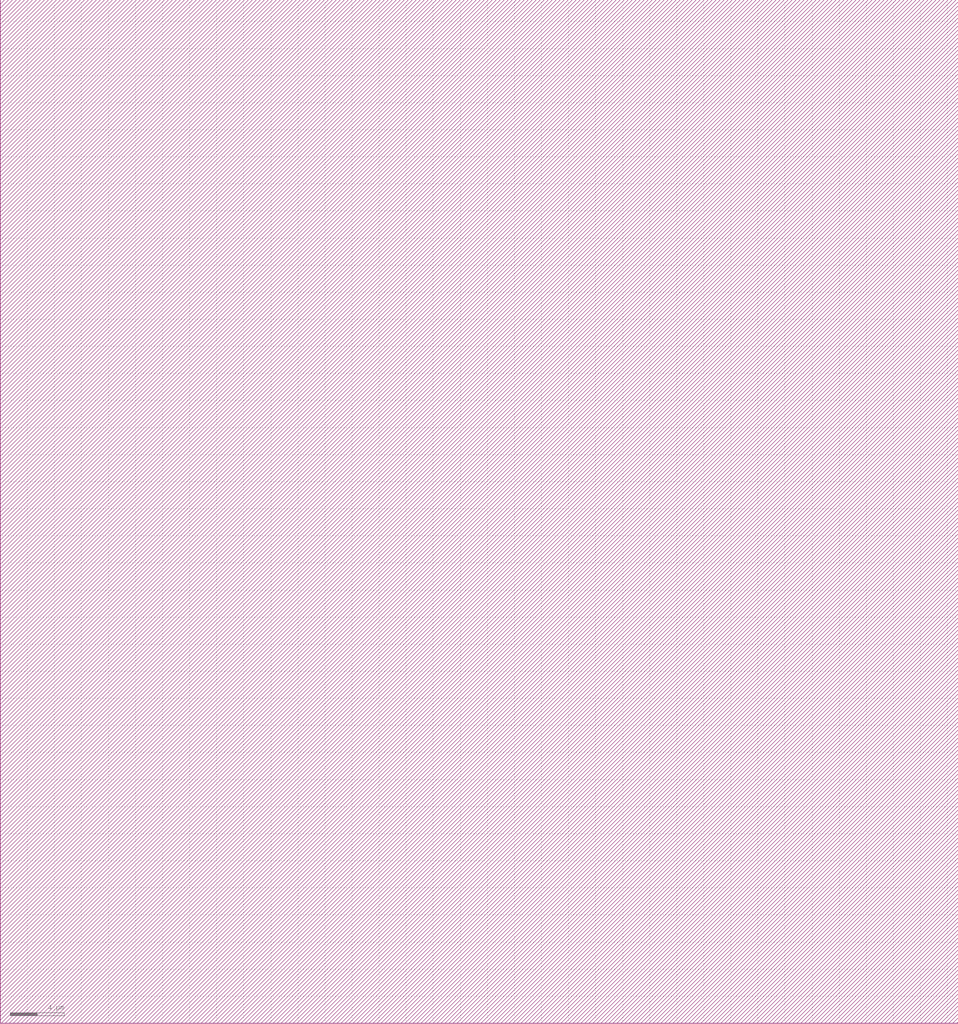
<source format=lef>
VERSION 5.6 ;

BUSBITCHARS "[]" ;

DIVIDERCHAR "/" ;

UNITS
    DATABASE MICRONS 1000 ;
END UNITS

MANUFACTURINGGRID 0.005000 ; 

CLEARANCEMEASURE EUCLIDEAN ; 

USEMINSPACING OBS ON ; 

SITE CoreSite
    CLASS CORE ;
    SIZE 0.600000 BY 0.300000 ;
END CoreSite

LAYER li
   TYPE ROUTING ;
   DIRECTION VERTICAL ;
   MINWIDTH 0.300000 ;
   AREA 0.056250 ;
   WIDTH 0.300000 ;
   SPACINGTABLE
      PARALLELRUNLENGTH 0.0
      WIDTH 0.0 0.225000 ;
   PITCH 0.600000 0.600000 ;
END li

LAYER mcon
    TYPE CUT ;
    SPACING 0.225000 ;
    WIDTH 0.300000 ;
    ENCLOSURE ABOVE 0.075000 0.075000 ;
    ENCLOSURE BELOW 0.000000 0.000000 ;
END mcon

LAYER met1
   TYPE ROUTING ;
   DIRECTION HORIZONTAL ;
   MINWIDTH 0.150000 ;
   AREA 0.084375 ;
   WIDTH 0.150000 ;
   SPACINGTABLE
      PARALLELRUNLENGTH 0.0
      WIDTH 0.0 0.150000 ;
   PITCH 0.300000 0.300000 ;
END met1

LAYER v1
    TYPE CUT ;
    SPACING 0.075000 ;
    WIDTH 0.300000 ;
    ENCLOSURE ABOVE 0.075000 0.075000 ;
    ENCLOSURE BELOW 0.075000 0.075000 ;
END v1

LAYER met2
   TYPE ROUTING ;
   DIRECTION VERTICAL ;
   MINWIDTH 0.150000 ;
   AREA 0.073125 ;
   WIDTH 0.150000 ;
   SPACINGTABLE
      PARALLELRUNLENGTH 0.0
      WIDTH 0.0 0.150000 ;
   PITCH 0.300000 0.300000 ;
END met2

LAYER v2
    TYPE CUT ;
    SPACING 0.150000 ;
    WIDTH 0.300000 ;
    ENCLOSURE ABOVE 0.075000 0.075000 ;
    ENCLOSURE BELOW 0.075000 0.000000 ;
END v2

LAYER met3
   TYPE ROUTING ;
   DIRECTION HORIZONTAL ;
   MINWIDTH 0.300000 ;
   AREA 0.241875 ;
   WIDTH 0.300000 ;
   SPACINGTABLE
      PARALLELRUNLENGTH 0.0
      WIDTH 0.0 0.300000 ;
   PITCH 0.600000 0.600000 ;
END met3

LAYER v3
    TYPE CUT ;
    SPACING 0.150000 ;
    WIDTH 0.450000 ;
    ENCLOSURE ABOVE 0.075000 0.075000 ;
    ENCLOSURE BELOW 0.075000 0.000000 ;
END v3

LAYER met4
   TYPE ROUTING ;
   DIRECTION VERTICAL ;
   MINWIDTH 0.300000 ;
   AREA 0.241875 ;
   WIDTH 0.300000 ;
   SPACINGTABLE
      PARALLELRUNLENGTH 0.0
      WIDTH 0.0 0.300000 ;
   PITCH 0.600000 0.600000 ;
END met4

LAYER v4
    TYPE CUT ;
    SPACING 0.450000 ;
    WIDTH 1.200000 ;
    ENCLOSURE ABOVE 0.150000 0.150000 ;
    ENCLOSURE BELOW 0.000000 0.000000 ;
END v4

LAYER met5
   TYPE ROUTING ;
   DIRECTION HORIZONTAL ;
   MINWIDTH 1.650000 ;
   AREA 4.005000 ;
   WIDTH 1.650000 ;
   SPACINGTABLE
      PARALLELRUNLENGTH 0.0
      WIDTH 0.0 1.650000 ;
   PITCH 3.300000 3.300000 ;
END met5

LAYER OVERLAP
   TYPE OVERLAP ;
END OVERLAP

VIA mcon_C DEFAULT
   LAYER li ;
     RECT -0.150000 -0.150000 0.150000 0.150000 ;
   LAYER mcon ;
     RECT -0.150000 -0.150000 0.150000 0.150000 ;
   LAYER met1 ;
     RECT -0.225000 -0.225000 0.225000 0.225000 ;
END mcon_C

VIA v1_C DEFAULT
   LAYER met1 ;
     RECT -0.225000 -0.225000 0.225000 0.225000 ;
   LAYER v1 ;
     RECT -0.150000 -0.150000 0.150000 0.150000 ;
   LAYER met2 ;
     RECT -0.225000 -0.225000 0.225000 0.225000 ;
END v1_C

VIA v2_C DEFAULT
   LAYER met2 ;
     RECT -0.150000 -0.225000 0.150000 0.225000 ;
   LAYER v2 ;
     RECT -0.150000 -0.150000 0.150000 0.150000 ;
   LAYER met3 ;
     RECT -0.225000 -0.225000 0.225000 0.225000 ;
END v2_C

VIA v2_Ch
   LAYER met2 ;
     RECT -0.225000 -0.150000 0.225000 0.150000 ;
   LAYER v2 ;
     RECT -0.150000 -0.150000 0.150000 0.150000 ;
   LAYER met3 ;
     RECT -0.225000 -0.225000 0.225000 0.225000 ;
END v2_Ch

VIA v2_Cv
   LAYER met2 ;
     RECT -0.150000 -0.225000 0.150000 0.225000 ;
   LAYER v2 ;
     RECT -0.150000 -0.150000 0.150000 0.150000 ;
   LAYER met3 ;
     RECT -0.225000 -0.225000 0.225000 0.225000 ;
END v2_Cv

VIA v3_C DEFAULT
   LAYER met3 ;
     RECT -0.300000 -0.225000 0.300000 0.225000 ;
   LAYER v3 ;
     RECT -0.225000 -0.225000 0.225000 0.225000 ;
   LAYER met4 ;
     RECT -0.300000 -0.300000 0.300000 0.300000 ;
END v3_C

VIA v3_Ch
   LAYER met3 ;
     RECT -0.300000 -0.225000 0.300000 0.225000 ;
   LAYER v3 ;
     RECT -0.225000 -0.225000 0.225000 0.225000 ;
   LAYER met4 ;
     RECT -0.300000 -0.300000 0.300000 0.300000 ;
END v3_Ch

VIA v3_Cv
   LAYER met3 ;
     RECT -0.300000 -0.225000 0.300000 0.225000 ;
   LAYER v3 ;
     RECT -0.225000 -0.225000 0.225000 0.225000 ;
   LAYER met4 ;
     RECT -0.300000 -0.300000 0.300000 0.300000 ;
END v3_Cv

VIA v4_C DEFAULT
   LAYER met4 ;
     RECT -0.600000 -0.600000 0.600000 0.600000 ;
   LAYER v4 ;
     RECT -0.600000 -0.600000 0.600000 0.600000 ;
   LAYER met5 ;
     RECT -0.750000 -0.750000 0.750000 0.750000 ;
END v4_C

MACRO _0_0std_0_0cells_0_0MUX2X1
    CLASS CORE ;
    FOREIGN _0_0std_0_0cells_0_0MUX2X1 0.000000 0.000000 ;
    ORIGIN 0.000000 0.000000 ;
    SIZE 6.600000 BY 3.600000 ;
    SYMMETRY X Y ;
    SITE CoreSite ;
    PIN A
        DIRECTION INPUT ;
        USE SIGNAL ;
        PORT
        LAYER li ;
        RECT 0.600000 3.375000 0.975000 3.450000 ;
        RECT 0.600000 3.150000 0.750000 3.375000 ;
        RECT 0.600000 3.000000 0.975000 3.150000 ;
        RECT 0.750000 3.150000 0.975000 3.375000 ;
        END
        ANTENNAGATEAREA 0.281250 ;
    END A
    PIN B
        DIRECTION INPUT ;
        USE SIGNAL ;
        PORT
        LAYER li ;
        RECT 3.000000 3.000000 3.300000 3.375000 ;
        RECT 3.300000 3.150000 3.525000 3.375000 ;
        RECT 3.525000 3.150000 3.600000 3.375000 ;
        END
        ANTENNAGATEAREA 0.281250 ;
    END B
    PIN S
        DIRECTION INPUT ;
        USE SIGNAL ;
        PORT
        LAYER li ;
        RECT 1.800000 3.150000 2.475000 3.375000 ;
        RECT 1.800000 3.075000 2.775000 3.150000 ;
        RECT 1.800000 2.850000 2.100000 3.075000 ;
        RECT 1.800000 2.625000 2.025000 2.850000 ;
        RECT 1.800000 2.550000 2.100000 2.625000 ;
        RECT 2.475000 3.150000 2.700000 3.375000 ;
        RECT 2.025000 2.625000 2.100000 2.850000 ;
        RECT 2.700000 3.150000 2.775000 3.375000 ;
        END
        ANTENNAGATEAREA 0.438750 ;
    END S
    PIN Y
        DIRECTION OUTPUT ;
        USE SIGNAL ;
        PORT
        LAYER li ;
        RECT 1.650000 0.825000 1.725000 1.050000 ;
        RECT 1.725000 0.825000 1.950000 1.050000 ;
        RECT 1.950000 0.825000 2.025000 1.050000 ;
        RECT 2.475000 1.875000 2.550000 2.100000 ;
        RECT 2.550000 1.875000 2.775000 2.100000 ;
        RECT 2.775000 1.875000 2.850000 2.100000 ;
        RECT 4.200000 2.100000 4.500000 2.175000 ;
        RECT 4.200000 1.875000 4.425000 2.100000 ;
        RECT 4.200000 1.125000 4.500000 1.875000 ;
        RECT 4.200000 1.050000 4.800000 1.125000 ;
        RECT 4.200000 0.825000 4.575000 1.050000 ;
        RECT 4.200000 0.750000 4.800000 0.825000 ;
        RECT 4.200000 0.300000 4.500000 0.750000 ;
        RECT 4.425000 1.875000 4.500000 2.100000 ;
        RECT 4.575000 0.825000 4.800000 1.050000 ;
        RECT 5.025000 1.875000 5.100000 2.100000 ;
        RECT 5.100000 1.875000 5.325000 2.100000 ;
        RECT 5.325000 1.875000 5.400000 2.100000 ;
        LAYER mcon ;
        RECT 1.725000 0.825000 1.950000 1.050000 ;
        RECT 2.550000 1.875000 2.775000 2.100000 ;
        RECT 4.200000 1.875000 4.425000 2.100000 ;
        RECT 4.575000 0.825000 4.800000 1.050000 ;
        RECT 5.100000 1.875000 5.325000 2.100000 ;
        LAYER met1 ;
        RECT 1.650000 1.050000 4.875000 1.125000 ;
        RECT 1.650000 0.825000 1.725000 1.050000 ;
        RECT 1.650000 0.750000 4.875000 0.825000 ;
        RECT 1.725000 0.825000 1.950000 1.050000 ;
        RECT 1.950000 0.825000 4.575000 1.050000 ;
        RECT 2.475000 2.100000 5.400000 2.175000 ;
        RECT 2.475000 1.875000 2.550000 2.100000 ;
        RECT 2.475000 1.800000 5.400000 1.875000 ;
        RECT 4.575000 0.825000 4.800000 1.050000 ;
        RECT 2.550000 1.875000 2.775000 2.100000 ;
        RECT 4.800000 0.825000 4.875000 1.050000 ;
        RECT 2.775000 1.875000 4.200000 2.100000 ;
        RECT 4.200000 1.875000 4.425000 2.100000 ;
        RECT 4.425000 1.875000 5.100000 2.100000 ;
        RECT 5.100000 1.875000 5.325000 2.100000 ;
        RECT 5.325000 1.875000 5.400000 2.100000 ;
        END
        ANTENNADIFFAREA 1.406250 ;
    END Y
    PIN Vdd
        DIRECTION INPUT ;
        USE POWER ;
        PORT
        LAYER li ;
        RECT 1.200000 2.250000 1.425000 2.925000 ;
        RECT 1.200000 2.025000 1.425000 2.250000 ;
        RECT 1.200000 1.950000 1.425000 2.025000 ;
        RECT 1.200000 3.150000 1.500000 3.300000 ;
        RECT 1.200000 2.925000 1.425000 3.150000 ;
        RECT 1.425000 3.000000 1.500000 3.150000 ;
        RECT 3.675000 2.550000 3.750000 2.775000 ;
        RECT 3.750000 2.550000 3.975000 2.775000 ;
        RECT 3.825000 3.150000 4.050000 3.225000 ;
        RECT 3.825000 2.925000 4.050000 3.150000 ;
        RECT 3.825000 2.775000 4.050000 2.925000 ;
        RECT 3.975000 2.550000 4.050000 2.775000 ;
        LAYER mcon ;
        RECT 1.200000 2.925000 1.425000 3.150000 ;
        RECT 3.825000 2.925000 4.050000 3.150000 ;
        LAYER met1 ;
        RECT 1.125000 3.150000 4.125000 3.225000 ;
        RECT 1.125000 2.925000 1.200000 3.150000 ;
        RECT 1.125000 2.850000 4.125000 2.925000 ;
        RECT 1.200000 2.925000 1.425000 3.150000 ;
        RECT 1.425000 2.925000 3.825000 3.150000 ;
        RECT 3.825000 2.925000 4.050000 3.150000 ;
        RECT 4.050000 2.925000 4.125000 3.150000 ;
        END
        ANTENNADIFFAREA 0.804375 ;
    END Vdd
    PIN GND
        DIRECTION INPUT ;
        USE GROUND ;
        PORT
        LAYER li ;
        RECT 0.600000 0.825000 0.900000 0.900000 ;
        RECT 0.600000 0.600000 0.675000 0.825000 ;
        RECT 0.600000 0.525000 0.900000 0.600000 ;
        RECT 0.600000 0.300000 0.675000 0.525000 ;
        RECT 0.600000 0.225000 0.900000 0.300000 ;
        RECT 0.675000 0.600000 0.900000 0.825000 ;
        RECT 0.675000 0.300000 0.900000 0.525000 ;
        RECT 3.075000 1.050000 3.300000 1.125000 ;
        RECT 3.075000 0.825000 3.300000 1.050000 ;
        RECT 3.075000 0.525000 3.300000 0.825000 ;
        RECT 3.075000 0.300000 3.300000 0.525000 ;
        RECT 3.075000 0.225000 3.300000 0.300000 ;
        LAYER mcon ;
        RECT 0.675000 0.300000 0.900000 0.525000 ;
        RECT 3.075000 0.300000 3.300000 0.525000 ;
        LAYER met1 ;
        RECT 0.600000 0.525000 3.450000 0.600000 ;
        RECT 0.600000 0.300000 0.675000 0.525000 ;
        RECT 0.600000 0.225000 3.450000 0.300000 ;
        RECT 0.675000 0.300000 0.900000 0.525000 ;
        RECT 0.900000 0.300000 3.075000 0.525000 ;
        RECT 3.075000 0.300000 3.300000 0.525000 ;
        RECT 3.300000 0.300000 3.450000 0.525000 ;
        END
        ANTENNADIFFAREA 0.607500 ;
    END GND
    OBS
        LAYER li ;
        RECT 0.600000 2.400000 0.675000 2.625000 ;
        RECT 0.675000 2.400000 0.900000 2.625000 ;
        RECT 0.900000 2.400000 0.975000 2.625000 ;
        RECT 1.725000 2.025000 1.950000 2.100000 ;
        RECT 1.725000 1.800000 1.950000 2.025000 ;
        RECT 1.725000 1.575000 1.950000 1.800000 ;
        RECT 1.725000 1.350000 1.950000 1.575000 ;
        RECT 1.725000 1.275000 1.950000 1.350000 ;
        RECT 2.550000 1.575000 2.775000 1.650000 ;
        RECT 2.550000 1.350000 2.775000 1.575000 ;
        RECT 2.550000 1.125000 2.775000 1.350000 ;
        RECT 2.550000 0.900000 2.775000 1.125000 ;
        RECT 2.550000 0.825000 2.775000 0.900000 ;
        RECT 3.750000 0.825000 3.975000 0.900000 ;
        RECT 3.750000 0.600000 3.975000 0.825000 ;
        RECT 3.750000 0.525000 3.975000 0.600000 ;
        RECT 3.750000 0.300000 3.975000 0.525000 ;
        RECT 3.750000 0.225000 3.975000 0.300000 ;
        RECT 4.500000 2.400000 4.575000 2.625000 ;
        RECT 4.575000 2.400000 4.800000 2.625000 ;
        RECT 4.800000 2.400000 4.875000 2.625000 ;
        RECT 5.100000 0.825000 5.325000 0.900000 ;
        RECT 5.100000 0.600000 5.325000 0.825000 ;
        RECT 5.100000 0.525000 5.325000 0.600000 ;
        RECT 5.100000 0.300000 5.325000 0.525000 ;
        RECT 5.100000 0.225000 5.325000 0.300000 ;
        RECT 5.625000 1.350000 5.700000 1.575000 ;
        RECT 5.700000 1.350000 5.925000 1.575000 ;
        RECT 5.925000 1.350000 6.000000 1.575000 ;
        LAYER met1 ;
        RECT 0.600000 2.625000 4.875000 2.700000 ;
        RECT 0.600000 2.400000 0.675000 2.625000 ;
        RECT 0.600000 2.325000 4.875000 2.400000 ;
        RECT 0.675000 2.400000 0.900000 2.625000 ;
        RECT 0.900000 2.400000 4.575000 2.625000 ;
        RECT 3.675000 0.225000 5.400000 0.300000 ;
        RECT 4.575000 2.400000 4.800000 2.625000 ;
        RECT 4.800000 2.400000 4.875000 2.625000 ;
        RECT 1.650000 1.575000 6.000000 1.650000 ;
        RECT 1.650000 1.350000 1.725000 1.575000 ;
        RECT 1.650000 1.275000 6.000000 1.350000 ;
        RECT 3.675000 0.525000 5.400000 0.600000 ;
        RECT 3.675000 0.300000 3.750000 0.525000 ;
        RECT 1.725000 1.350000 1.950000 1.575000 ;
        RECT 3.750000 0.300000 3.975000 0.525000 ;
        RECT 1.950000 1.350000 2.550000 1.575000 ;
        RECT 3.975000 0.300000 5.100000 0.525000 ;
        RECT 2.550000 1.350000 2.775000 1.575000 ;
        RECT 5.100000 0.300000 5.325000 0.525000 ;
        RECT 2.775000 1.350000 5.700000 1.575000 ;
        RECT 5.325000 0.300000 5.400000 0.525000 ;
        RECT 5.700000 1.350000 5.925000 1.575000 ;
        RECT 5.925000 1.350000 6.000000 1.575000 ;
    END
END _0_0std_0_0cells_0_0MUX2X1

MACRO welltap_svt
    CLASS CORE WELLTAP ;
    FOREIGN welltap_svt 0.000000 0.000000 ;
    ORIGIN 0.000000 0.000000 ;
    SIZE 1.200000 BY 2.100000 ;
    SYMMETRY X Y ;
    SITE CoreSite ;
    PIN Vdd
        DIRECTION INPUT ;
        USE POWER ;
        PORT
        LAYER li ;
        RECT 0.600000 1.500000 0.900000 1.800000 ;
        END
    END Vdd
    PIN GND
        DIRECTION INPUT ;
        USE GROUND ;
        PORT
        LAYER li ;
        RECT 0.600000 0.300000 0.900000 0.600000 ;
        END
    END GND
END welltap_svt

MACRO circuitppnp
   CLASS CORE ;
   FOREIGN circuitppnp 0.000000 0.000000 ;
   ORIGIN 0.000000 0.000000 ; 
   SIZE 70.800000 BY 75.600000 ; 
   SYMMETRY X Y ;
   SITE CoreSite ;
END circuitppnp

MACRO circuitwell
   CLASS CORE ;
   FOREIGN circuitwell 0.000000 0.000000 ;
   ORIGIN 0.000000 0.000000 ; 
   SIZE 70.800000 BY 75.600000 ; 
   SYMMETRY X Y ;
   SITE CoreSite ;
END circuitwell


</source>
